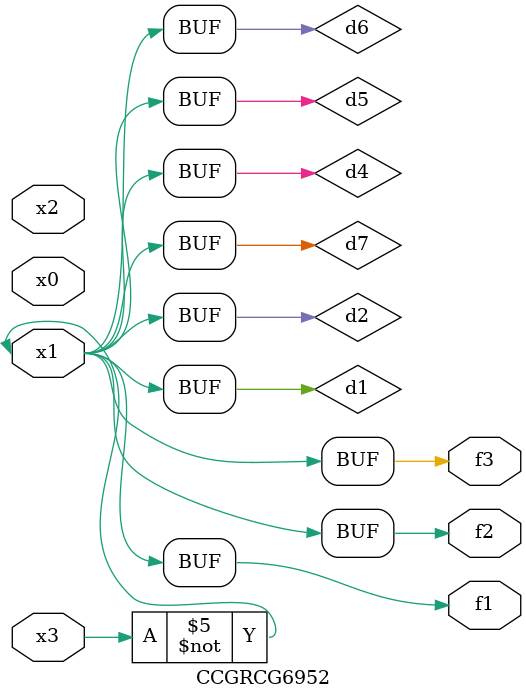
<source format=v>
module CCGRCG6952(
	input x0, x1, x2, x3,
	output f1, f2, f3
);

	wire d1, d2, d3, d4, d5, d6, d7;

	not (d1, x3);
	buf (d2, x1);
	xnor (d3, d1, d2);
	nor (d4, d1);
	buf (d5, d1, d2);
	buf (d6, d4, d5);
	nand (d7, d4);
	assign f1 = d6;
	assign f2 = d7;
	assign f3 = d6;
endmodule

</source>
